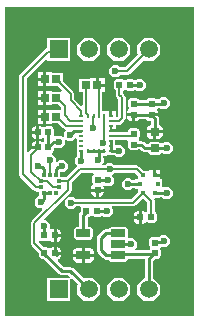
<source format=gtl>
G04*
G04 #@! TF.GenerationSoftware,Altium Limited,Altium Designer,21.6.4 (81)*
G04*
G04 Layer_Physical_Order=1*
G04 Layer_Color=255*
%FSLAX25Y25*%
%MOIN*%
G70*
G04*
G04 #@! TF.SameCoordinates,47E44DC7-4B56-48B3-8F63-FDCB66B81885*
G04*
G04*
G04 #@! TF.FilePolarity,Positive*
G04*
G01*
G75*
%ADD14C,0.00600*%
%ADD19R,0.01378X0.00906*%
%ADD20R,0.00906X0.01378*%
%ADD21R,0.02816X0.02648*%
G04:AMPARAMS|DCode=22|XSize=21.65mil|YSize=19.68mil|CornerRadius=2.46mil|HoleSize=0mil|Usage=FLASHONLY|Rotation=270.000|XOffset=0mil|YOffset=0mil|HoleType=Round|Shape=RoundedRectangle|*
%AMROUNDEDRECTD22*
21,1,0.02165,0.01476,0,0,270.0*
21,1,0.01673,0.01968,0,0,270.0*
1,1,0.00492,-0.00738,-0.00837*
1,1,0.00492,-0.00738,0.00837*
1,1,0.00492,0.00738,0.00837*
1,1,0.00492,0.00738,-0.00837*
%
%ADD22ROUNDEDRECTD22*%
G04:AMPARAMS|DCode=23|XSize=21.65mil|YSize=19.68mil|CornerRadius=2.46mil|HoleSize=0mil|Usage=FLASHONLY|Rotation=180.000|XOffset=0mil|YOffset=0mil|HoleType=Round|Shape=RoundedRectangle|*
%AMROUNDEDRECTD23*
21,1,0.02165,0.01476,0,0,180.0*
21,1,0.01673,0.01968,0,0,180.0*
1,1,0.00492,-0.00837,0.00738*
1,1,0.00492,0.00837,0.00738*
1,1,0.00492,0.00837,-0.00738*
1,1,0.00492,-0.00837,-0.00738*
%
%ADD23ROUNDEDRECTD23*%
G04:AMPARAMS|DCode=24|XSize=25.59mil|YSize=47.24mil|CornerRadius=1.92mil|HoleSize=0mil|Usage=FLASHONLY|Rotation=270.000|XOffset=0mil|YOffset=0mil|HoleType=Round|Shape=RoundedRectangle|*
%AMROUNDEDRECTD24*
21,1,0.02559,0.04341,0,0,270.0*
21,1,0.02175,0.04724,0,0,270.0*
1,1,0.00384,-0.02170,-0.01088*
1,1,0.00384,-0.02170,0.01088*
1,1,0.00384,0.02170,0.01088*
1,1,0.00384,0.02170,-0.01088*
%
%ADD24ROUNDEDRECTD24*%
%ADD25R,0.01378X0.01476*%
%ADD26R,0.01476X0.01378*%
G04:AMPARAMS|DCode=27|XSize=29.92mil|YSize=26mil|CornerRadius=3.25mil|HoleSize=0mil|Usage=FLASHONLY|Rotation=180.000|XOffset=0mil|YOffset=0mil|HoleType=Round|Shape=RoundedRectangle|*
%AMROUNDEDRECTD27*
21,1,0.02992,0.01950,0,0,180.0*
21,1,0.02342,0.02600,0,0,180.0*
1,1,0.00650,-0.01171,0.00975*
1,1,0.00650,0.01171,0.00975*
1,1,0.00650,0.01171,-0.00975*
1,1,0.00650,-0.01171,-0.00975*
%
%ADD27ROUNDEDRECTD27*%
%ADD34R,0.01575X0.01772*%
%ADD35R,0.01772X0.01575*%
%ADD38C,0.00800*%
%ADD39C,0.01000*%
%ADD40C,0.05906*%
%ADD41R,0.05906X0.05906*%
%ADD42C,0.02362*%
G36*
X64000Y1000D02*
X1000D01*
Y104000D01*
X64000D01*
Y1000D01*
D02*
G37*
%LPC*%
G36*
X50554Y93753D02*
X47446D01*
X45247Y91554D01*
Y88446D01*
X45428Y88265D01*
X41162Y83999D01*
X39303D01*
X38621Y84681D01*
X36979D01*
X35819Y83521D01*
Y81879D01*
X36979Y80719D01*
X38621D01*
X39303Y81401D01*
X41700D01*
X42618Y81782D01*
X47265Y86428D01*
X47446Y86247D01*
X50554D01*
X52753Y88446D01*
Y91554D01*
X50554Y93753D01*
D02*
G37*
G36*
X40554D02*
X37446D01*
X35247Y91554D01*
Y88446D01*
X37446Y86247D01*
X40554D01*
X42753Y88446D01*
Y91554D01*
X40554Y93753D01*
D02*
G37*
G36*
X30554D02*
X27446D01*
X25247Y91554D01*
Y88446D01*
X27446Y86247D01*
X30554D01*
X32753Y88446D01*
Y91554D01*
X30554Y93753D01*
D02*
G37*
G36*
X22753D02*
X15247D01*
Y90393D01*
X14580Y90117D01*
X6082Y81618D01*
X5701Y80700D01*
Y48409D01*
X6082Y47491D01*
X10473Y43099D01*
X11391Y42719D01*
X11491D01*
Y42529D01*
X12574D01*
Y40981D01*
X12179D01*
X11019Y39821D01*
Y38179D01*
X12179Y37019D01*
X13375D01*
X13582Y36519D01*
X9982Y32918D01*
X9601Y32000D01*
Y25427D01*
X9982Y24508D01*
X12358Y22132D01*
Y21163D01*
X12690Y20363D01*
X13490Y20031D01*
X14109D01*
X18957Y15183D01*
X19952Y14771D01*
X19952Y14771D01*
X22239D01*
X22761Y14250D01*
X22550Y13753D01*
X22337Y13753D01*
X15247D01*
Y6247D01*
X22753D01*
Y13304D01*
X22753Y13550D01*
X23249Y13760D01*
X25351Y11659D01*
X25247Y11554D01*
Y8446D01*
X27446Y6247D01*
X30554D01*
X32753Y8446D01*
Y11554D01*
X30554Y13753D01*
X27446D01*
X27341Y13649D01*
X23817Y17173D01*
X22822Y17585D01*
X20535D01*
X18748Y19372D01*
X18865Y19962D01*
X19464Y20210D01*
X19859Y21163D01*
Y21500D01*
X17772D01*
Y22000D01*
X17272D01*
Y24185D01*
X17033D01*
X16080Y23790D01*
X15518Y23741D01*
X14967Y23969D01*
X14195D01*
X12390Y25773D01*
X12440Y25959D01*
X13016Y26228D01*
X13490Y26031D01*
X14967D01*
X15518Y26259D01*
X16080Y26210D01*
X17033Y25815D01*
X17272D01*
Y28000D01*
Y30185D01*
X17033D01*
X16370Y29910D01*
X15981Y30291D01*
Y31821D01*
X14821Y32981D01*
X14371D01*
X14180Y33443D01*
X22928Y42191D01*
X23309Y43110D01*
Y45448D01*
X26562Y48701D01*
X30551D01*
X30650Y48201D01*
X30363Y48082D01*
X30031Y47281D01*
Y45805D01*
X30259Y45254D01*
X30210Y44692D01*
X29815Y43738D01*
Y43500D01*
X32000D01*
X34185D01*
Y43738D01*
X33912Y44397D01*
X34336Y44681D01*
X34636Y44381D01*
X36277D01*
X37438Y45541D01*
Y47182D01*
X36756Y47864D01*
X36821Y48019D01*
X37503Y48701D01*
X44446D01*
X45346Y47802D01*
Y46686D01*
X44460D01*
Y46407D01*
X43494D01*
X42921Y46981D01*
X41279D01*
X40119Y45821D01*
Y44179D01*
X41279Y43019D01*
X42921D01*
X43494Y43593D01*
X44460D01*
Y43314D01*
X45346D01*
Y42297D01*
X43248Y40199D01*
X24703D01*
X24021Y40881D01*
X22379D01*
X21219Y39721D01*
Y38079D01*
X22379Y36919D01*
X24021D01*
X24703Y37601D01*
X26224D01*
X26502Y37185D01*
X26358Y36837D01*
Y36021D01*
X26198Y35861D01*
X25786Y34866D01*
Y30902D01*
X25023D01*
X24263Y30587D01*
X23949Y29828D01*
Y27653D01*
X24263Y26893D01*
X25023Y26579D01*
X29363D01*
X30123Y26893D01*
X30437Y27653D01*
Y29828D01*
X30123Y30587D01*
X29363Y30902D01*
X28600D01*
Y34031D01*
X28966D01*
X29703Y34336D01*
X30000Y34356D01*
X30297Y34336D01*
X31034Y34031D01*
X32510D01*
X33310Y34363D01*
X33847Y34351D01*
X34179Y34019D01*
X35821D01*
X36981Y35179D01*
Y36821D01*
X36663Y37139D01*
X36854Y37601D01*
X43786D01*
X44704Y37982D01*
X47032Y40309D01*
X48473Y38868D01*
Y36109D01*
X48103Y35773D01*
X47920Y35790D01*
X46967Y36185D01*
X46728D01*
Y34000D01*
Y31815D01*
X46967D01*
X47920Y32210D01*
X48482Y32260D01*
X49033Y32031D01*
X50510D01*
X51310Y32363D01*
X51642Y33163D01*
Y34837D01*
X51310Y35637D01*
X51070Y35737D01*
Y39406D01*
X50841Y39960D01*
X51175Y40460D01*
X52654D01*
Y40640D01*
X53558D01*
X54132Y40066D01*
X55773D01*
X56934Y41227D01*
Y42868D01*
X55773Y44028D01*
X54132D01*
X54040Y43936D01*
X53540Y44143D01*
Y46686D01*
X52854D01*
Y47453D01*
X50968D01*
Y47953D01*
X50468D01*
Y49740D01*
X49083D01*
Y49740D01*
X48717Y49540D01*
X47281D01*
X45903Y50918D01*
X44984Y51299D01*
X37503D01*
X36821Y51981D01*
X35179D01*
X34497Y51299D01*
X33754D01*
X33562Y51761D01*
X33981Y52179D01*
Y53821D01*
X33791Y54011D01*
X33899Y54511D01*
X35253D01*
Y54747D01*
X36009D01*
X36382Y54593D01*
X37605D01*
X38179Y54019D01*
X39821D01*
X40981Y55179D01*
Y56821D01*
X39821Y57981D01*
X38179D01*
X37871Y58353D01*
Y59888D01*
X41872D01*
X42206Y59388D01*
X42031Y58966D01*
Y57490D01*
X42363Y56690D01*
X43163Y56358D01*
X44837D01*
X45637Y56690D01*
X46107Y56602D01*
X46704Y56005D01*
X46704Y56005D01*
X47699Y55593D01*
X47699Y55593D01*
X48857D01*
X49035Y55164D01*
X49896Y54807D01*
X52238D01*
X53099Y55164D01*
X53191Y55386D01*
X53739Y55460D01*
X54179Y55019D01*
X55821D01*
X56981Y56179D01*
Y57821D01*
X55821Y58981D01*
X54179D01*
X53739Y58540D01*
X53191Y58614D01*
X53099Y58836D01*
X52238Y59193D01*
X49896D01*
X49035Y58836D01*
X48857Y58407D01*
X48282D01*
X47578Y59111D01*
X46583Y59523D01*
X45738D01*
X45664Y59703D01*
X45637Y60093D01*
X45637Y60233D01*
X45969Y61034D01*
Y62510D01*
X45637Y63311D01*
X44837Y63642D01*
X43163D01*
X42363Y63311D01*
X42031Y62510D01*
Y62269D01*
X38071D01*
Y62272D01*
X37871D01*
Y62332D01*
X36382D01*
Y63272D01*
X38071D01*
Y64859D01*
X39157D01*
X40076Y65239D01*
X40918Y66082D01*
X41299Y67000D01*
Y74000D01*
X40918Y74918D01*
X40527Y75310D01*
Y76033D01*
X40988Y76357D01*
X41297Y76336D01*
X42033Y76031D01*
X43510D01*
X44310Y76363D01*
X44847Y76351D01*
X45179Y76019D01*
X46821D01*
X47981Y77179D01*
Y78821D01*
X46821Y79981D01*
X45179D01*
X44847Y79649D01*
X44310Y79637D01*
X43510Y79969D01*
X42033D01*
X41297Y79664D01*
X41000Y79644D01*
X40703Y79664D01*
X39967Y79969D01*
X38490D01*
X37690Y79637D01*
X37358Y78837D01*
Y77163D01*
X37690Y76363D01*
X37929Y76263D01*
Y74772D01*
X38310Y73853D01*
X38701Y73462D01*
Y67538D01*
X38619Y67456D01*
X38071D01*
Y69303D01*
X36882D01*
Y67850D01*
X35882D01*
Y69303D01*
X35253D01*
Y69339D01*
X33760D01*
Y69539D01*
X33498D01*
Y75676D01*
X34292D01*
Y77500D01*
X31884D01*
Y78000D01*
X31384D01*
Y80324D01*
X29476D01*
Y80124D01*
X25908D01*
Y75876D01*
X26925D01*
Y71412D01*
X26463Y71221D01*
X24191Y73493D01*
Y75184D01*
X23842Y76026D01*
X20392Y79476D01*
Y82124D01*
X16824D01*
Y82324D01*
X14916D01*
Y80000D01*
Y77676D01*
X16824D01*
Y77876D01*
X18624D01*
X20127Y76374D01*
X19919Y75874D01*
X16824D01*
Y76074D01*
X14916D01*
Y73750D01*
Y71426D01*
X16824D01*
Y71626D01*
X18624D01*
X19809Y70441D01*
Y69624D01*
X16824D01*
Y69824D01*
X14916D01*
Y67500D01*
Y65176D01*
X16824D01*
Y65376D01*
X18709D01*
X20462Y63623D01*
X21135Y63344D01*
X21310Y62812D01*
X20819Y62321D01*
Y60890D01*
X20319Y60683D01*
X19821Y61181D01*
X18179D01*
X17879Y60880D01*
X17743Y60891D01*
X17421Y61419D01*
X17439Y61463D01*
Y63137D01*
X17107Y63937D01*
X16307Y64269D01*
X14830D01*
X14279Y64040D01*
X13717Y64090D01*
X12763Y64485D01*
X12525D01*
Y62300D01*
Y60115D01*
X12763D01*
X13661Y60487D01*
X14162Y60301D01*
Y59299D01*
X13661Y59113D01*
X12763Y59485D01*
X12525D01*
Y57300D01*
X12025D01*
Y56800D01*
X9938D01*
Y56798D01*
X8877Y55737D01*
X8799Y55549D01*
X8299Y55648D01*
Y80162D01*
X14785Y86648D01*
X15247Y86457D01*
Y86247D01*
X22753D01*
Y93753D01*
D02*
G37*
G36*
X13916Y82324D02*
X12008D01*
Y80500D01*
X13916D01*
Y82324D01*
D02*
G37*
G36*
X34292Y80324D02*
X32384D01*
Y78500D01*
X34292D01*
Y80324D01*
D02*
G37*
G36*
X13916Y79500D02*
X12008D01*
Y77676D01*
X13916D01*
Y79500D01*
D02*
G37*
G36*
X13916Y76074D02*
X12008D01*
Y74250D01*
X13916D01*
Y76074D01*
D02*
G37*
G36*
X54821Y73981D02*
X53179D01*
X52491Y73293D01*
X51644D01*
X51637Y73311D01*
X50837Y73642D01*
X49163D01*
X48363Y73311D01*
X48308Y73179D01*
X45692D01*
X45637Y73310D01*
X44837Y73642D01*
X43163D01*
X42363Y73310D01*
X42031Y72510D01*
Y71033D01*
X42259Y70482D01*
X42210Y69920D01*
X41815Y68967D01*
Y68728D01*
X44000D01*
Y68228D01*
X44500D01*
Y66141D01*
X44837D01*
X45790Y66536D01*
X45908Y66821D01*
X48092D01*
X48210Y66536D01*
X49163Y66141D01*
X49591D01*
Y64795D01*
X48882Y64501D01*
X48462Y63487D01*
Y63012D01*
X51067D01*
X53672D01*
Y63487D01*
X53252Y64501D01*
X52405Y64852D01*
Y67158D01*
X52405Y67158D01*
X52185Y67689D01*
Y67728D01*
X50000D01*
Y68728D01*
X52185D01*
Y68967D01*
X51790Y69920D01*
X51773Y70109D01*
X52110Y70479D01*
X52719D01*
X53179Y70019D01*
X54821D01*
X55981Y71179D01*
Y72821D01*
X54821Y73981D01*
D02*
G37*
G36*
X13916Y73250D02*
X12008D01*
Y71426D01*
X13916D01*
Y73250D01*
D02*
G37*
G36*
Y69824D02*
X12008D01*
Y68000D01*
X13916D01*
Y69824D01*
D02*
G37*
G36*
X43500Y67728D02*
X41815D01*
Y67490D01*
X42210Y66536D01*
X43163Y66141D01*
X43500D01*
Y67728D01*
D02*
G37*
G36*
X13916Y67000D02*
X12008D01*
Y65176D01*
X13916D01*
Y67000D01*
D02*
G37*
G36*
X11525Y64485D02*
X11287D01*
X10333Y64090D01*
X9938Y63137D01*
Y62800D01*
X11525D01*
Y64485D01*
D02*
G37*
G36*
Y61800D02*
X9938D01*
Y61463D01*
X10333Y60510D01*
X11287Y60115D01*
X11525D01*
Y61800D01*
D02*
G37*
G36*
X53672Y62012D02*
X51567D01*
Y60103D01*
X52238D01*
X53252Y60523D01*
X53672Y61537D01*
Y62012D01*
D02*
G37*
G36*
X50567D02*
X48462D01*
Y61537D01*
X48882Y60523D01*
X49896Y60103D01*
X50567D01*
Y62012D01*
D02*
G37*
G36*
X11525Y59485D02*
X11287D01*
X10333Y59090D01*
X9938Y58137D01*
Y57800D01*
X11525D01*
Y59485D01*
D02*
G37*
G36*
X52854Y49740D02*
X51468D01*
Y48453D01*
X52854D01*
Y49740D01*
D02*
G37*
G36*
X34185Y42500D02*
X32500D01*
Y40913D01*
X32837D01*
X33790Y41308D01*
X34185Y42262D01*
Y42500D01*
D02*
G37*
G36*
X31500D02*
X29815D01*
Y42262D01*
X30210Y41308D01*
X31163Y40913D01*
X31500D01*
Y42500D01*
D02*
G37*
G36*
X45728Y36185D02*
X45490D01*
X44537Y35790D01*
X44142Y34837D01*
Y34500D01*
X45728D01*
Y36185D01*
D02*
G37*
G36*
Y33500D02*
X44142D01*
Y33163D01*
X44537Y32210D01*
X45490Y31815D01*
X45728D01*
Y33500D01*
D02*
G37*
G36*
X18510Y30185D02*
X18272D01*
Y28500D01*
X19859D01*
Y28837D01*
X19464Y29790D01*
X18510Y30185D01*
D02*
G37*
G36*
X19859Y27500D02*
X18272D01*
Y25815D01*
X18510D01*
X19464Y26210D01*
X19859Y27163D01*
Y27500D01*
D02*
G37*
G36*
X18510Y24185D02*
X18272D01*
Y22500D01*
X19859D01*
Y22837D01*
X19464Y23790D01*
X18510Y24185D01*
D02*
G37*
G36*
X29363Y23638D02*
X27693D01*
Y21760D01*
X30653D01*
Y22347D01*
X30275Y23260D01*
X29363Y23638D01*
D02*
G37*
G36*
X26693D02*
X25023D01*
X24111Y23260D01*
X23733Y22347D01*
Y21760D01*
X26693D01*
Y23638D01*
D02*
G37*
G36*
X30653Y20760D02*
X27693D01*
Y18882D01*
X29363D01*
X30275Y19260D01*
X30653Y20172D01*
Y20760D01*
D02*
G37*
G36*
X26693D02*
X23733D01*
Y20172D01*
X24111Y19260D01*
X25023Y18882D01*
X26693D01*
Y20760D01*
D02*
G37*
G36*
X40977Y30902D02*
X36637D01*
X35877Y30587D01*
X35695Y30147D01*
X34740D01*
X33745Y29735D01*
X33745Y29735D01*
X32005Y27995D01*
X31593Y27000D01*
Y23000D01*
X32005Y22005D01*
X33745Y20265D01*
X33745Y20265D01*
X34740Y19853D01*
X35695D01*
X35877Y19413D01*
X36637Y19098D01*
X40977D01*
X41737Y19413D01*
X42051Y20172D01*
Y20223D01*
X47510D01*
X47593Y20098D01*
Y13753D01*
X47446D01*
X45247Y11554D01*
Y8446D01*
X47446Y6247D01*
X50554D01*
X52753Y8446D01*
Y11554D01*
X50554Y13753D01*
X50407D01*
Y19516D01*
X51021Y20130D01*
X51837D01*
X52637Y20461D01*
X52969Y21262D01*
Y22738D01*
X52664Y23474D01*
X52662Y23505D01*
X53081Y24016D01*
X53179Y24019D01*
X54821D01*
X55981Y25179D01*
Y26821D01*
X54821Y27981D01*
X53179D01*
X52385Y27187D01*
X51837Y27414D01*
X50163D01*
X49363Y27082D01*
X49031Y26281D01*
Y24805D01*
X49336Y24069D01*
X49363Y23673D01*
X49363Y23539D01*
X49155Y23037D01*
X44492D01*
X44301Y23499D01*
X44981Y24179D01*
Y25821D01*
X43821Y26981D01*
X42314D01*
X41939Y27381D01*
X42051Y27653D01*
Y29828D01*
X41737Y30587D01*
X40977Y30902D01*
D02*
G37*
G36*
X40554Y13753D02*
X37446D01*
X35247Y11554D01*
Y8446D01*
X37446Y6247D01*
X40554D01*
X42753Y8446D01*
Y11554D01*
X40554Y13753D01*
D02*
G37*
%LPD*%
G36*
X25050Y60242D02*
Y54747D01*
X25132D01*
Y54234D01*
X24558Y53660D01*
Y52019D01*
X25196Y51381D01*
X25105Y50918D01*
X21472Y47285D01*
X20572D01*
Y47475D01*
X19489D01*
Y49019D01*
X20821D01*
X21981Y50179D01*
Y51821D01*
X20821Y52981D01*
X19179D01*
X18512Y52314D01*
X18012Y52521D01*
Y53789D01*
X16852Y54950D01*
X16692D01*
X16593Y55450D01*
X17107Y55663D01*
X17439Y56463D01*
Y57252D01*
X17811Y57587D01*
X18179Y57219D01*
X19821D01*
X20981Y58379D01*
Y59810D01*
X21481Y60017D01*
X21979Y59519D01*
X23621D01*
X24550Y60449D01*
X25050Y60242D01*
D02*
G37*
D14*
X17016Y44018D02*
X19033D01*
X9719Y49248D02*
X12980Y45986D01*
X15047D01*
X12025Y57202D02*
Y57300D01*
X15047Y45986D02*
X17016Y44018D01*
X9719Y54895D02*
X12025Y57202D01*
X9719Y49248D02*
Y54895D01*
X32307Y67850D02*
Y77577D01*
X31884Y78000D02*
X32307Y77577D01*
X19292Y72642D02*
Y72726D01*
X18269Y73750D02*
X19292Y72726D01*
Y72642D02*
X21000Y70934D01*
X18184Y73750D02*
X18269D01*
X21000Y68000D02*
Y70934D01*
X28116Y68892D02*
X28921Y68087D01*
X28116Y68892D02*
Y78000D01*
X28921Y67850D02*
Y68087D01*
X19292Y78892D02*
Y78976D01*
X23000Y73000D02*
Y75184D01*
X18184Y80000D02*
X18269D01*
X19292Y78976D01*
Y78892D02*
X23000Y75184D01*
Y73000D02*
X26539Y69461D01*
Y67850D02*
Y69461D01*
X21000Y68000D02*
X22843Y66157D01*
X26539D01*
X18269Y67500D02*
X21304Y64465D01*
X18184Y67500D02*
X18269D01*
X21304Y64465D02*
X26539D01*
X36382Y62772D02*
Y64465D01*
X43902Y61772D02*
X44000D01*
X36382Y61079D02*
X43209D01*
X43902Y61772D01*
D19*
X26539Y67850D02*
D03*
Y66157D02*
D03*
Y64465D02*
D03*
Y62772D02*
D03*
Y61079D02*
D03*
Y59386D02*
D03*
Y57693D02*
D03*
Y56000D02*
D03*
X36382D02*
D03*
Y57693D02*
D03*
Y59386D02*
D03*
Y61079D02*
D03*
Y62772D02*
D03*
Y64465D02*
D03*
Y66157D02*
D03*
Y67850D02*
D03*
D20*
X28921D02*
D03*
X30614D02*
D03*
X32307D02*
D03*
X28921Y56000D02*
D03*
X30614D02*
D03*
X32307D02*
D03*
X34000D02*
D03*
Y67850D02*
D03*
D21*
X18184Y67500D02*
D03*
X14416D02*
D03*
X18184Y80000D02*
D03*
X14416D02*
D03*
X31884Y78000D02*
D03*
X28116D02*
D03*
X14416Y73750D02*
D03*
X18184D02*
D03*
D22*
X31772Y36000D02*
D03*
X28228D02*
D03*
X14229Y28000D02*
D03*
X17772D02*
D03*
Y22000D02*
D03*
X14229D02*
D03*
X46228Y34000D02*
D03*
X49772D02*
D03*
X42772Y78000D02*
D03*
X39228D02*
D03*
X15569Y57300D02*
D03*
X12025D02*
D03*
X15569Y62300D02*
D03*
X12025D02*
D03*
D23*
X51000Y22000D02*
D03*
Y25543D02*
D03*
X50000Y71772D02*
D03*
Y68228D02*
D03*
X44000Y61772D02*
D03*
Y58228D02*
D03*
Y71772D02*
D03*
Y68228D02*
D03*
X32000Y46543D02*
D03*
Y43000D02*
D03*
D24*
X38807Y21260D02*
D03*
Y25000D02*
D03*
Y28740D02*
D03*
X27193D02*
D03*
Y21260D02*
D03*
D25*
X18000Y42000D02*
D03*
X16031D02*
D03*
X14063D02*
D03*
Y48004D02*
D03*
X16031D02*
D03*
X18000D02*
D03*
D26*
X13030Y44018D02*
D03*
Y45986D02*
D03*
X19033D02*
D03*
Y44018D02*
D03*
D27*
X51067Y57000D02*
D03*
Y62512D02*
D03*
D34*
X46047Y45000D02*
D03*
X51953D02*
D03*
D35*
X47032Y42047D02*
D03*
Y47953D02*
D03*
X50968D02*
D03*
Y42047D02*
D03*
D38*
X7000Y48409D02*
X11391Y44018D01*
X13030D01*
X7000Y48409D02*
Y80700D01*
X15499Y89199D01*
X36000Y50000D02*
X44984D01*
X26024D02*
X36000D01*
X34000Y58032D02*
Y67850D01*
Y58000D02*
Y58032D01*
X33729Y58303D02*
X34000Y58032D01*
X33729Y58303D02*
Y58670D01*
X22010Y45986D02*
X26024Y50000D01*
X44984D02*
X47032Y47953D01*
X23200Y38900D02*
X43786D01*
X46933Y42047D02*
X47130D01*
X43786Y38900D02*
X46933Y42047D01*
X22010Y43110D02*
Y45986D01*
X10900Y25427D02*
Y32000D01*
X22010Y43110D01*
X10900Y25427D02*
X14229Y22098D01*
X19033Y45986D02*
X22010D01*
X14229Y22000D02*
Y22098D01*
X41700Y82700D02*
X49000Y90000D01*
X37800Y82700D02*
X41700D01*
X15499Y89199D02*
X18199D01*
X19000Y90000D01*
X30567Y63867D02*
Y67803D01*
X16031Y48004D02*
Y52969D01*
X39157Y66157D02*
X40000Y67000D01*
X36382Y66157D02*
X39157D01*
X40000Y67000D02*
Y74000D01*
X39228Y74772D02*
X40000Y74000D01*
X39228Y74772D02*
Y78000D01*
X47130Y42047D02*
X49772Y39406D01*
Y34000D02*
Y39406D01*
D39*
X32091Y46452D02*
X35366D01*
X32000Y46543D02*
X32091Y46452D01*
X35366D02*
X35457Y46362D01*
X50998Y62512D02*
Y67158D01*
X50583Y67574D02*
Y67744D01*
X50000Y68228D02*
X50098D01*
X50583Y67574D02*
X50998Y67158D01*
X50098Y68228D02*
X50583Y67744D01*
X50000Y68228D02*
X50000Y68228D01*
X44000Y68228D02*
X44000Y68228D01*
X50000D01*
X42100Y45000D02*
X46047D01*
X15569Y57398D02*
Y62300D01*
X17370Y59200D02*
X19000D01*
X15569Y57398D02*
X17370Y59200D01*
X15569Y57300D02*
Y57398D01*
X22800Y61500D02*
X24072Y62772D01*
X26539D01*
X14229Y21902D02*
Y22000D01*
X22822Y16178D02*
X29000Y10000D01*
X19952Y16178D02*
X22822D01*
X14229Y21902D02*
X19952Y16178D01*
X26539Y52839D02*
Y56000D01*
X30500Y63800D02*
X30567Y63867D01*
X13261Y50739D02*
X14063Y49937D01*
X12261Y50739D02*
X13261D01*
X12000Y51000D02*
X12261Y50739D01*
X18739D02*
X19739D01*
X18000Y50000D02*
X18739Y50739D01*
X19739D02*
X20000Y51000D01*
X50968Y42047D02*
X54953D01*
X27193Y21260D02*
Y21417D01*
X17772Y21902D02*
Y22000D01*
Y21902D02*
X18256Y21417D01*
X34740Y28740D02*
X38807D01*
X33000Y27000D02*
X34740Y28740D01*
X33000Y23000D02*
Y27000D01*
Y23000D02*
X34740Y21260D01*
X38807D01*
X49000Y20098D02*
X50532Y21630D01*
X50630D01*
X39177D02*
X50532D01*
X50630D02*
X51000Y22000D01*
X38807Y21260D02*
X39177Y21630D01*
X49000Y10000D02*
Y20098D01*
X27193Y28740D02*
Y34866D01*
X28228Y35902D01*
Y36000D01*
X42772Y78000D02*
X46000D01*
X50228Y72000D02*
X50342Y71886D01*
X53886D01*
X54000Y72000D01*
X50000Y71772D02*
X50228Y72000D01*
X44000Y71772D02*
X44000Y71772D01*
X50000D01*
X50000Y71772D01*
X36382Y56000D02*
X39000D01*
X32000Y53000D02*
X32307Y53307D01*
Y56000D01*
X36382Y57693D02*
Y59386D01*
Y56000D02*
Y57693D01*
X32307Y56000D02*
X34000D01*
X30614D02*
X32307D01*
X28921D02*
X30614D01*
X44112Y58116D02*
X46583D01*
X47699Y57000D02*
X51067D01*
X44000Y58228D02*
X44112Y58116D01*
X46583D02*
X47699Y57000D01*
X51067D02*
X55000D01*
X13000Y39000D02*
X14063Y40063D01*
Y42000D01*
X16031D01*
X14063Y48004D02*
Y49937D01*
X18000Y48004D02*
Y50000D01*
X38807Y25000D02*
X43000D01*
X51457Y25897D02*
X51583Y25772D01*
X53772D01*
X51457Y25897D02*
Y26000D01*
X53772Y25772D02*
X54000Y26000D01*
X51000Y25543D02*
X51457Y26000D01*
X14114Y28114D02*
X14229Y28000D01*
X14000Y31000D02*
X14114Y30886D01*
Y28114D02*
Y30886D01*
X31772Y36000D02*
X35000D01*
D40*
X49000Y90000D02*
D03*
X39000D02*
D03*
X29000D02*
D03*
X49000Y10000D02*
D03*
X39000D02*
D03*
X29000D02*
D03*
D41*
X19000Y90000D02*
D03*
Y10000D02*
D03*
D42*
X36000Y50000D02*
D03*
X33729Y58670D02*
D03*
X35457Y46362D02*
D03*
X23200Y38900D02*
D03*
X37800Y82700D02*
D03*
X42100Y45000D02*
D03*
X19000Y59200D02*
D03*
X22800Y61500D02*
D03*
X26539Y52839D02*
D03*
X30500Y63800D02*
D03*
X12000Y51000D02*
D03*
X20000D02*
D03*
X16031Y52969D02*
D03*
X54953Y42047D02*
D03*
X46000Y78000D02*
D03*
X54000Y72000D02*
D03*
X39000Y56000D02*
D03*
X32000Y53000D02*
D03*
X55000Y57000D02*
D03*
X13000Y39000D02*
D03*
X43000Y25000D02*
D03*
X54000Y26000D02*
D03*
X14000Y31000D02*
D03*
X35000Y36000D02*
D03*
M02*

</source>
